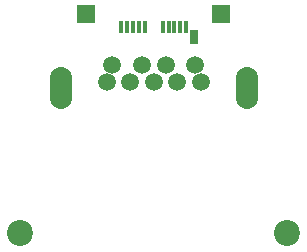
<source format=gbr>
%TF.GenerationSoftware,KiCad,Pcbnew,9.0.7*%
%TF.CreationDate,2026-02-26T13:16:19-05:00*%
%TF.ProjectId,Mouse Dongle Card,4d6f7573-6520-4446-9f6e-676c65204361,X1*%
%TF.SameCoordinates,Original*%
%TF.FileFunction,Soldermask,Bot*%
%TF.FilePolarity,Negative*%
%FSLAX46Y46*%
G04 Gerber Fmt 4.6, Leading zero omitted, Abs format (unit mm)*
G04 Created by KiCad (PCBNEW 9.0.7) date 2026-02-26 13:16:19*
%MOMM*%
%LPD*%
G01*
G04 APERTURE LIST*
%ADD10C,2.200000*%
%ADD11C,1.504000*%
%ADD12O,1.880400X3.556800*%
%ADD13R,0.380000X1.000000*%
%ADD14R,0.700000X1.150000*%
%ADD15R,1.500000X1.500000*%
G04 APERTURE END LIST*
D10*
%TO.C,H1*%
X97000000Y-140460000D03*
%TD*%
%TO.C,H2*%
X119600000Y-140460000D03*
%TD*%
D11*
%TO.C,J1*%
X111800000Y-126210000D03*
X109300000Y-126210000D03*
X107300000Y-126210000D03*
X104800000Y-126210000D03*
X104300000Y-127710000D03*
X106300000Y-127710000D03*
X108300000Y-127710000D03*
X110300000Y-127710000D03*
X112300000Y-127710000D03*
D12*
X100450000Y-128190000D03*
X116150000Y-128190000D03*
%TD*%
D13*
%TO.C,P1*%
X111050000Y-123000000D03*
X110550000Y-123000000D03*
X110050000Y-123000000D03*
X109550000Y-123000000D03*
X109050000Y-123000000D03*
X107550000Y-123000000D03*
X107050000Y-123000000D03*
X106550000Y-123000000D03*
X106050000Y-123000000D03*
X105550000Y-123000000D03*
D14*
X111720000Y-123840000D03*
%TD*%
D15*
%TO.C,GP2*%
X102600000Y-121960000D03*
%TD*%
%TO.C,GP4*%
X114000000Y-121960000D03*
%TD*%
M02*

</source>
